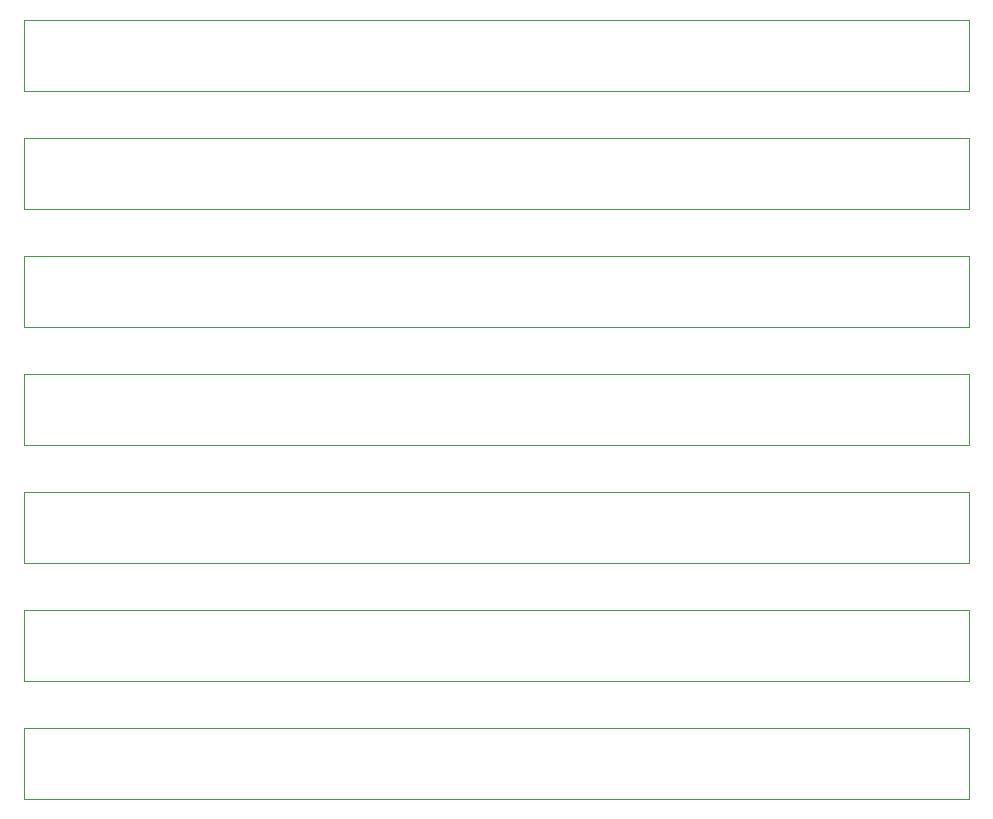
<source format=gbr>
G04 #@! TF.GenerationSoftware,KiCad,Pcbnew,5.1.4*
G04 #@! TF.CreationDate,2019-09-24T14:00:33+02:00*
G04 #@! TF.ProjectId,ntcHolder,6e746348-6f6c-4646-9572-2e6b69636164,rev?*
G04 #@! TF.SameCoordinates,PXd619920PY78a3ca0*
G04 #@! TF.FileFunction,Profile,NP*
%FSLAX46Y46*%
G04 Gerber Fmt 4.6, Leading zero omitted, Abs format (unit mm)*
G04 Created by KiCad (PCBNEW 5.1.4) date 2019-09-24 14:00:33*
%MOMM*%
%LPD*%
G04 APERTURE LIST*
%ADD10C,0.050000*%
G04 APERTURE END LIST*
D10*
X-77000000Y4500000D02*
X3000000Y4500000D01*
X-77000000Y14500000D02*
X3000000Y14500000D01*
X-77000000Y24500000D02*
X3000000Y24500000D01*
X-77000000Y34500000D02*
X3000000Y34500000D01*
X-77000000Y44500000D02*
X3000000Y44500000D01*
X-77000000Y54500000D02*
X3000000Y54500000D01*
X-77000000Y64500000D02*
X3000000Y64500000D01*
X-77000000Y-1500000D02*
X-77000000Y4500000D01*
X-77000000Y8500000D02*
X-77000000Y14500000D01*
X-77000000Y18500000D02*
X-77000000Y24500000D01*
X-77000000Y28500000D02*
X-77000000Y34500000D01*
X-77000000Y38500000D02*
X-77000000Y44500000D01*
X-77000000Y48500000D02*
X-77000000Y54500000D01*
X-77000000Y58500000D02*
X-77000000Y64500000D01*
X3000000Y-1500000D02*
X-77000000Y-1500000D01*
X3000000Y8500000D02*
X-77000000Y8500000D01*
X3000000Y18500000D02*
X-77000000Y18500000D01*
X3000000Y28500000D02*
X-77000000Y28500000D01*
X3000000Y38500000D02*
X-77000000Y38500000D01*
X3000000Y48500000D02*
X-77000000Y48500000D01*
X3000000Y58500000D02*
X-77000000Y58500000D01*
X3000000Y4500000D02*
X3000000Y-1500000D01*
X3000000Y14500000D02*
X3000000Y8500000D01*
X3000000Y24500000D02*
X3000000Y18500000D01*
X3000000Y34500000D02*
X3000000Y28500000D01*
X3000000Y44500000D02*
X3000000Y38500000D01*
X3000000Y54500000D02*
X3000000Y48500000D01*
X3000000Y64500000D02*
X3000000Y58500000D01*
M02*

</source>
